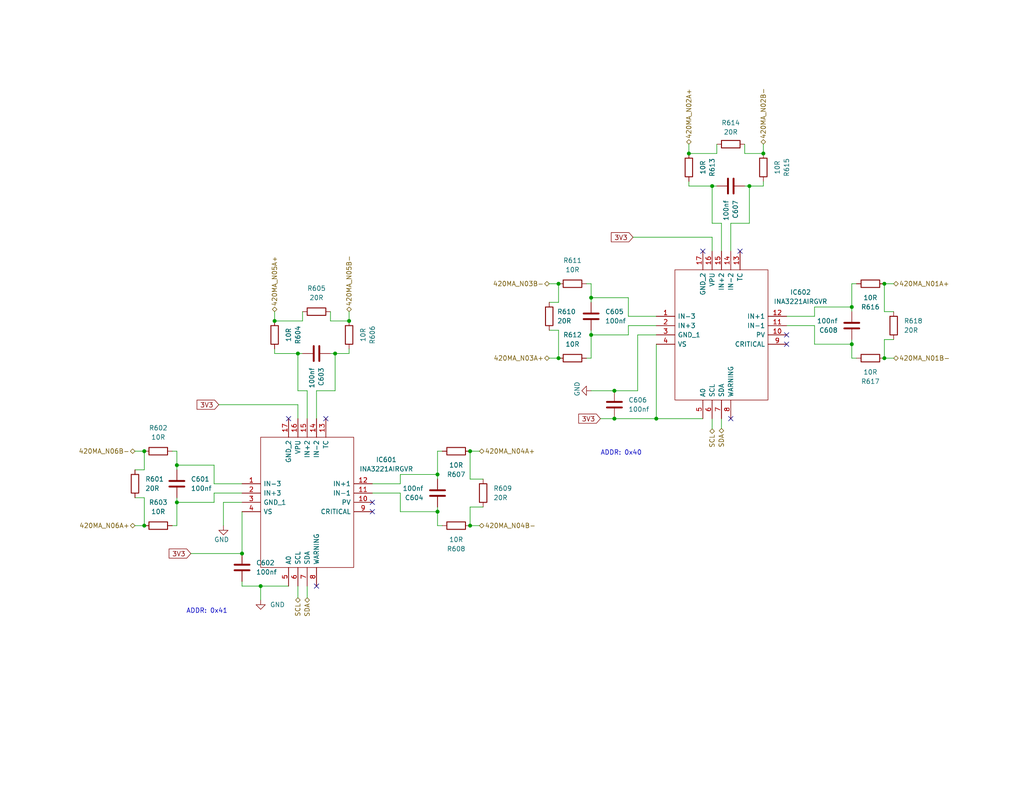
<source format=kicad_sch>
(kicad_sch (version 20211123) (generator eeschema)
  (paper "USLetter")
  (lib_symbols
    (symbol "Device:C" (pin_numbers hide) (pin_names (offset 0.254))
      (property "Reference" "C" (at 0.635 2.54 0))
      (property "Value" "C" (at 0.635 -2.54 0))
      (symbol "C_0_1"
        (polyline (pts (xy -2.032 -0.762) (xy 2.032 -0.762)) (stroke (width 0.508)))
        (polyline (pts (xy -2.032 0.762) (xy 2.032 0.762)) (stroke (width 0.508)))
      )
      (symbol "C_1_1"
        (pin passive line (at 0 3.81 270) (length 2.794) (name "~") (number "1"))
        (pin passive line (at 0 -3.81 90) (length 2.794) (name "~") (number "2"))
      )
    )
    (symbol "Device:R" (pin_numbers hide) (pin_names (offset 0))
      (property "Reference" "R" (at 2.032 0 90))
      (property "Value" "R" (at 0 0 90))
      (symbol "R_0_1"
        (rectangle (start -1.016 -2.54) (end 1.016 2.54) (stroke (width 0.254)))
      )
      (symbol "R_1_1"
        (pin passive line (at 0 3.81 270) (length 1.27) (name "~") (number "1"))
        (pin passive line (at 0 -3.81 90) (length 1.27) (name "~") (number "2"))
      )
    )
    (symbol "PCB_Library:INA3221AIRGVR" (pin_names (offset 0.762))
      (property "Reference" "IC" (at 31.75 17.78 0))
      (property "Value" "INA3221AIRGVR" (at 31.75 15.24 0))
      (symbol "INA3221AIRGVR_0_0"
        (pin passive line (at 0 0 0) (length 5.08) (name "IN-3") (number "1"))
        (pin passive line (at 35.56 -5.08 180) (length 5.08) (name "PV") (number "10"))
        (pin passive line (at 35.56 -2.54 180) (length 5.08) (name "IN-1") (number "11"))
        (pin passive line (at 35.56 0 180) (length 5.08) (name "IN+1") (number "12"))
        (pin passive line (at 22.86 17.78 270) (length 5.08) (name "TC") (number "13"))
        (pin passive line (at 20.32 17.78 270) (length 5.08) (name "IN-2") (number "14"))
        (pin passive line (at 17.78 17.78 270) (length 5.08) (name "IN+2") (number "15"))
        (pin passive line (at 15.24 17.78 270) (length 5.08) (name "VPU") (number "16"))
        (pin passive line (at 12.7 17.78 270) (length 5.08) (name "GND_2") (number "17"))
        (pin passive line (at 0 -2.54 0) (length 5.08) (name "IN+3") (number "2"))
        (pin passive line (at 0 -5.08 0) (length 5.08) (name "GND_1") (number "3"))
        (pin passive line (at 0 -7.62 0) (length 5.08) (name "VS") (number "4"))
        (pin passive line (at 12.7 -27.94 90) (length 5.08) (name "A0") (number "5"))
        (pin passive line (at 15.24 -27.94 90) (length 5.08) (name "SCL") (number "6"))
        (pin passive line (at 17.78 -27.94 90) (length 5.08) (name "SDA") (number "7"))
        (pin passive line (at 20.32 -27.94 90) (length 5.08) (name "WARNING") (number "8"))
        (pin passive line (at 35.56 -7.62 180) (length 5.08) (name "CRITICAL") (number "9"))
      )
      (symbol "INA3221AIRGVR_0_1"
        (polyline (pts (xy 5.08 12.7) (xy 30.48 12.7) (xy 30.48 -22.86) (xy 5.08 -22.86) (xy 5.08 12.7)) (stroke (width 0.1524)))
      )
    )
    (symbol "power:GND" (power) (pin_names (offset 0))
      (property "Value" "GND" (at 0 -3.81 0))
      (symbol "GND_0_1"
        (polyline (pts (xy 0 0) (xy 0 -1.27) (xy 1.27 -1.27) (xy 0 -2.54) (xy -1.27 -1.27) (xy 0 -1.27)))
      )
      (symbol "GND_1_1"
        (pin power_in line (at 0 0 270) (length 0) hide (name "GND") (number "1"))
      )
    )
  )
  (junction (at 74.93 87.63))
  (junction (at 91.44 96.52))
  (junction (at 232.41 83.82))
  (junction (at 95.25 87.63))
  (junction (at 152.4 77.47))
  (junction (at 194.31 50.8))
  (junction (at 204.47 50.8))
  (junction (at 241.3 97.79))
  (junction (at 81.28 96.52))
  (junction (at 48.26 127))
  (junction (at 208.28 41.91))
  (junction (at 39.37 143.51))
  (junction (at 187.96 41.91))
  (junction (at 48.26 137.16))
  (junction (at 179.07 114.3))
  (junction (at 39.37 123.19))
  (junction (at 71.12 160.02))
  (junction (at 152.4 97.79))
  (junction (at 167.64 106.68))
  (junction (at 241.3 77.47))
  (junction (at 66.04 151.13))
  (junction (at 232.41 93.98))
  (junction (at 119.38 139.7))
  (junction (at 128.27 123.19))
  (junction (at 119.38 129.54))
  (junction (at 167.64 114.3))
  (junction (at 161.29 91.44))
  (junction (at 161.29 81.28))
  (junction (at 128.27 143.51))
  (no_connect (at 199.39 114.3))
  (no_connect (at 214.63 93.98))
  (no_connect (at 214.63 91.44))
  (no_connect (at 191.77 68.58))
  (no_connect (at 201.93 68.58))
  (no_connect (at 101.6 139.7))
  (no_connect (at 78.74 114.3))
  (no_connect (at 88.9 114.3))
  (no_connect (at 101.6 137.16))
  (no_connect (at 86.36 160.02))
  (wire (pts (xy 195.58 41.91) (xy 195.58 39.37)))
  (wire (pts (xy 60.96 137.16) (xy 60.96 143.51)))
  (wire (pts (xy 195.58 41.91) (xy 187.96 41.91)))
  (wire (pts (xy 191.77 114.3) (xy 179.07 114.3)))
  (wire (pts (xy 194.31 114.3) (xy 194.31 117.094)))
  (wire (pts (xy 39.37 128.27) (xy 39.37 123.19)))
  (wire (pts (xy 241.3 77.47) (xy 243.84 77.47)))
  (wire (pts (xy 163.83 114.3) (xy 167.64 114.3)))
  (wire (pts (xy 161.29 81.28) (xy 161.29 82.55)))
  (wire (pts (xy 214.63 86.36) (xy 222.25 86.36)))
  (wire (pts (xy 109.22 132.08) (xy 109.22 129.54)))
  (wire (pts (xy 83.82 114.3) (xy 83.82 106.68)))
  (wire (pts (xy 66.04 132.08) (xy 58.42 132.08)))
  (wire (pts (xy 233.68 97.79) (xy 232.41 97.79)))
  (wire (pts (xy 119.38 139.7) (xy 119.38 138.43)))
  (wire (pts (xy 86.36 114.3) (xy 86.36 106.68)))
  (wire (pts (xy 149.86 97.79) (xy 152.4 97.79)))
  (wire (pts (xy 82.55 87.63) (xy 82.55 85.09)))
  (wire (pts (xy 173.99 106.68) (xy 167.64 106.68)))
  (wire (pts (xy 58.42 127) (xy 48.26 127)))
  (wire (pts (xy 119.38 129.54) (xy 119.38 130.81)))
  (wire (pts (xy 95.25 85.09) (xy 95.25 87.63)))
  (wire (pts (xy 48.26 143.51) (xy 48.26 137.16)))
  (wire (pts (xy 243.84 92.71) (xy 241.3 92.71)))
  (wire (pts (xy 214.63 88.9) (xy 222.25 88.9)))
  (wire (pts (xy 171.45 86.36) (xy 171.45 81.28)))
  (wire (pts (xy 58.42 132.08) (xy 58.42 127)))
  (wire (pts (xy 179.07 88.9) (xy 171.45 88.9)))
  (wire (pts (xy 171.45 81.28) (xy 161.29 81.28)))
  (wire (pts (xy 74.93 96.52) (xy 81.28 96.52)))
  (wire (pts (xy 109.22 129.54) (xy 119.38 129.54)))
  (wire (pts (xy 131.826 138.43) (xy 128.27 138.43)))
  (wire (pts (xy 128.27 130.81) (xy 128.27 123.19)))
  (wire (pts (xy 86.36 106.68) (xy 91.44 106.68)))
  (wire (pts (xy 39.37 135.89) (xy 36.83 135.89)))
  (wire (pts (xy 149.86 82.55) (xy 152.4 82.55)))
  (wire (pts (xy 208.28 39.37) (xy 208.28 41.91)))
  (wire (pts (xy 241.3 85.09) (xy 243.84 85.09)))
  (wire (pts (xy 194.31 50.8) (xy 195.58 50.8)))
  (wire (pts (xy 172.72 64.77) (xy 194.31 64.77)))
  (wire (pts (xy 149.86 77.47) (xy 152.4 77.47)))
  (wire (pts (xy 46.99 143.51) (xy 48.26 143.51)))
  (wire (pts (xy 82.55 87.63) (xy 74.93 87.63)))
  (wire (pts (xy 196.85 114.3) (xy 196.85 116.967)))
  (wire (pts (xy 81.28 96.52) (xy 82.55 96.52)))
  (wire (pts (xy 36.83 128.27) (xy 39.37 128.27)))
  (wire (pts (xy 179.07 86.36) (xy 171.45 86.36)))
  (wire (pts (xy 232.41 97.79) (xy 232.41 93.98)))
  (wire (pts (xy 187.96 50.8) (xy 194.31 50.8)))
  (wire (pts (xy 78.74 160.02) (xy 71.12 160.02)))
  (wire (pts (xy 161.29 91.44) (xy 161.29 90.17)))
  (wire (pts (xy 128.27 143.51) (xy 130.81 143.51)))
  (wire (pts (xy 101.6 132.08) (xy 109.22 132.08)))
  (wire (pts (xy 187.96 39.37) (xy 187.96 41.91)))
  (wire (pts (xy 36.83 143.51) (xy 39.37 143.51)))
  (wire (pts (xy 222.25 88.9) (xy 222.25 93.98)))
  (wire (pts (xy 199.39 68.58) (xy 199.39 60.96)))
  (wire (pts (xy 52.07 151.13) (xy 66.04 151.13)))
  (wire (pts (xy 187.96 49.53) (xy 187.96 50.8)))
  (wire (pts (xy 232.41 77.47) (xy 232.41 83.82)))
  (wire (pts (xy 179.07 114.3) (xy 179.07 93.98)))
  (wire (pts (xy 39.37 135.89) (xy 39.37 143.51)))
  (wire (pts (xy 173.99 91.44) (xy 173.99 106.68)))
  (wire (pts (xy 71.12 160.02) (xy 71.12 163.83)))
  (wire (pts (xy 152.4 90.17) (xy 152.4 97.79)))
  (wire (pts (xy 194.31 64.77) (xy 194.31 68.58)))
  (wire (pts (xy 58.42 134.62) (xy 58.42 137.16)))
  (wire (pts (xy 81.28 110.49) (xy 81.28 114.3)))
  (wire (pts (xy 48.26 127) (xy 48.26 128.27)))
  (wire (pts (xy 199.39 60.96) (xy 204.47 60.96)))
  (wire (pts (xy 74.93 95.25) (xy 74.93 96.52)))
  (wire (pts (xy 91.44 106.68) (xy 91.44 96.52)))
  (wire (pts (xy 203.2 41.91) (xy 208.28 41.91)))
  (wire (pts (xy 222.25 93.98) (xy 232.41 93.98)))
  (wire (pts (xy 59.69 110.49) (xy 81.28 110.49)))
  (wire (pts (xy 120.65 123.19) (xy 119.38 123.19)))
  (wire (pts (xy 222.25 83.82) (xy 232.41 83.82)))
  (wire (pts (xy 233.68 77.47) (xy 232.41 77.47)))
  (wire (pts (xy 171.45 88.9) (xy 171.45 91.44)))
  (wire (pts (xy 109.22 134.62) (xy 109.22 139.7)))
  (wire (pts (xy 66.04 139.7) (xy 66.04 151.13)))
  (wire (pts (xy 232.41 93.98) (xy 232.41 92.71)))
  (wire (pts (xy 81.28 160.02) (xy 81.28 163.195)))
  (wire (pts (xy 161.29 77.47) (xy 161.29 81.28)))
  (wire (pts (xy 101.6 134.62) (xy 109.22 134.62)))
  (wire (pts (xy 241.3 92.71) (xy 241.3 97.79)))
  (wire (pts (xy 160.02 97.79) (xy 161.29 97.79)))
  (wire (pts (xy 90.17 87.63) (xy 95.25 87.63)))
  (wire (pts (xy 66.04 134.62) (xy 58.42 134.62)))
  (wire (pts (xy 167.64 114.3) (xy 179.07 114.3)))
  (wire (pts (xy 91.44 96.52) (xy 90.17 96.52)))
  (wire (pts (xy 152.4 90.17) (xy 149.86 90.17)))
  (wire (pts (xy 160.02 77.47) (xy 161.29 77.47)))
  (wire (pts (xy 48.26 123.19) (xy 48.26 127)))
  (wire (pts (xy 74.93 85.09) (xy 74.93 87.63)))
  (wire (pts (xy 241.3 85.09) (xy 241.3 77.47)))
  (wire (pts (xy 204.47 60.96) (xy 204.47 50.8)))
  (wire (pts (xy 36.83 123.19) (xy 39.37 123.19)))
  (wire (pts (xy 208.28 49.53) (xy 208.28 50.8)))
  (wire (pts (xy 204.47 50.8) (xy 203.2 50.8)))
  (wire (pts (xy 152.4 82.55) (xy 152.4 77.47)))
  (wire (pts (xy 66.04 160.02) (xy 66.04 158.75)))
  (wire (pts (xy 95.25 95.25) (xy 95.25 96.52)))
  (wire (pts (xy 241.3 97.79) (xy 243.84 97.79)))
  (wire (pts (xy 208.28 50.8) (xy 204.47 50.8)))
  (wire (pts (xy 66.04 137.16) (xy 60.96 137.16)))
  (wire (pts (xy 90.17 85.09) (xy 90.17 87.63)))
  (wire (pts (xy 128.27 130.81) (xy 131.826 130.81)))
  (wire (pts (xy 48.26 137.16) (xy 48.26 135.89)))
  (wire (pts (xy 71.12 160.02) (xy 66.04 160.02)))
  (wire (pts (xy 119.38 143.51) (xy 119.38 139.7)))
  (wire (pts (xy 58.42 137.16) (xy 48.26 137.16)))
  (wire (pts (xy 194.31 60.96) (xy 194.31 50.8)))
  (wire (pts (xy 161.29 97.79) (xy 161.29 91.44)))
  (wire (pts (xy 171.45 91.44) (xy 161.29 91.44)))
  (wire (pts (xy 203.2 39.37) (xy 203.2 41.91)))
  (wire (pts (xy 119.38 123.19) (xy 119.38 129.54)))
  (wire (pts (xy 222.25 86.36) (xy 222.25 83.82)))
  (wire (pts (xy 81.28 106.68) (xy 81.28 96.52)))
  (wire (pts (xy 232.41 83.82) (xy 232.41 85.09)))
  (wire (pts (xy 83.82 160.02) (xy 83.82 163.195)))
  (wire (pts (xy 83.82 106.68) (xy 81.28 106.68)))
  (wire (pts (xy 128.27 138.43) (xy 128.27 143.51)))
  (wire (pts (xy 95.25 96.52) (xy 91.44 96.52)))
  (wire (pts (xy 179.07 91.44) (xy 173.99 91.44)))
  (wire (pts (xy 46.99 123.19) (xy 48.26 123.19)))
  (wire (pts (xy 109.22 139.7) (xy 119.38 139.7)))
  (wire (pts (xy 161.29 106.68) (xy 167.64 106.68)))
  (wire (pts (xy 196.85 68.58) (xy 196.85 60.96)))
  (wire (pts (xy 196.85 60.96) (xy 194.31 60.96)))
  (wire (pts (xy 128.27 123.19) (xy 130.81 123.19)))
  (wire (pts (xy 120.65 143.51) (xy 119.38 143.51)))
  (text "ADDR: 0x40" (at 163.83 124.46 0) (effects (font (size 1.27 1.27)) (justify left bottom)))
  (text "ADDR: 0x41" (at 50.8 167.64 0) (effects (font (size 1.27 1.27)) (justify left bottom)))
  (global_label "3V3" (shape input) (at 59.69 110.49 180) (property "Intersheet References" "${INTERSHEET_REFS}" (effects hide)))
  (global_label "3V3" (shape input) (at 172.72 64.77 180) (property "Intersheet References" "${INTERSHEET_REFS}" (effects hide)))
  (global_label "3V3" (shape input) (at 52.07 151.13 180) (property "Intersheet References" "${INTERSHEET_REFS}" (effects hide)))
  (global_label "3V3" (shape input) (at 163.83 114.3 180) (property "Intersheet References" "${INTERSHEET_REFS}" (effects hide)))
  (hierarchical_label "420MA_N04A+" (shape bidirectional) (at 130.81 123.19 0))
  (hierarchical_label "420MA_N01B-" (shape bidirectional) (at 243.84 97.79 0))
  (hierarchical_label "420MA_N05A+" (shape bidirectional) (at 74.93 85.09 90))
  (hierarchical_label "420MA_N02A+" (shape bidirectional) (at 187.96 39.37 90))
  (hierarchical_label "420MA_N02B-" (shape bidirectional) (at 208.28 39.37 90))
  (hierarchical_label "420MA_N03B-" (shape bidirectional) (at 149.86 77.47 180))
  (hierarchical_label "SDA" (shape bidirectional) (at 196.85 116.967 270))
  (hierarchical_label "420MA_N03A+" (shape bidirectional) (at 149.86 97.79 180))
  (hierarchical_label "420MA_N06B-" (shape bidirectional) (at 36.83 123.19 180))
  (hierarchical_label "420MA_N05B-" (shape bidirectional) (at 95.25 85.09 90))
  (hierarchical_label "420MA_N01A+" (shape bidirectional) (at 243.84 77.47 0))
  (hierarchical_label "420MA_N06A+" (shape bidirectional) (at 36.83 143.51 180))
  (hierarchical_label "SCL" (shape bidirectional) (at 81.28 163.195 270))
  (hierarchical_label "SCL" (shape bidirectional) (at 194.31 117.094 270))
  (hierarchical_label "SDA" (shape bidirectional) (at 83.82 163.195 270))
  (hierarchical_label "420MA_N04B-" (shape bidirectional) (at 130.81 143.51 0))
  (symbol (lib_id "Device:R") (at 149.86 86.36 180) (unit 1)
    (property "Reference" "R610" (at 152.019 85.0899 0) (effects (justify right)))
    (property "Value" "20R" (at 152.019 87.6299 0) (effects (justify right)))
    (property "Footprint" "Footprints:R_1206_3216Metric" (effects hide))
    (property "LCSC" "C319757" (effects hide))
  )
  (symbol (lib_id "Device:R") (at 243.84 88.9 0) (unit 1)
    (property "Reference" "R618" (at 246.634 87.6299 0) (effects (justify left)))
    (property "Value" "20R" (at 246.634 90.1699 0) (effects (justify left)))
    (property "Footprint" "Footprints:R_1206_3216Metric" (effects hide))
    (property "LCSC" "C319757" (effects hide))
  )
  (symbol (lib_id "Device:R") (at 237.49 97.79 90) (unit 1)
    (property "Reference" "R617" (at 237.49 104.14 90))
    (property "Value" "10R" (at 237.49 101.6 90))
    (property "Footprint" "Footprints:R_0402_1005Metric" (effects hide))
    (property "LCSC" "C25077" (effects hide))
  )
  (symbol (lib_id "Device:C") (at 167.64 110.49 180) (unit 1)
    (property "Reference" "C606" (at 171.45 109.2199 0) (effects (justify right)))
    (property "Value" "100nf" (at 171.45 111.7599 0) (effects (justify right)))
    (property "Footprint" "Footprints:C_0402_1005Metric" (effects hide))
    (property "LCSC" "C307331" (effects hide))
  )
  (symbol (lib_id "Device:R") (at 43.18 143.51 270) (unit 1)
    (property "Reference" "R603" (at 43.18 137.16 90))
    (property "Value" "10R" (at 43.18 139.7 90))
    (property "Footprint" "Footprints:R_0402_1005Metric" (effects hide))
    (property "LCSC" "C25077" (effects hide))
  )
  (symbol (lib_id "PCB_Library:INA3221AIRGVR") (at 179.07 86.36 0) (unit 1)
    (property "Reference" "IC602" (at 218.44 79.7812 0))
    (property "Value" "INA3221AIRGVR" (at 218.44 82.3212 0))
    (property "Footprint" "QFN65P400X400X100-17N-D" (effects hide))
    (property "Datasheet" "http://www.ti.com/lit/ds/symlink/ina3221.pdf" (effects hide))
    (property "Description" "26V, Triple, Bi-Directional, Low-/High-Side, I2C Out Current/Voltage Monitor w/Alerts" (effects hide))
    (property "Height" "1" (effects hide))
    (property "Manufacturer_Name" "Texas Instruments" (effects hide))
    (property "Manufacturer_Part_Number" "INA3221AIRGVR" (effects hide))
    (property "Mouser Part Number" "595-INA3221AIRGVR" (effects hide))
    (property "Mouser Price/Stock" "https://www.mouser.co.uk/ProductDetail/Texas-Instruments/INA3221AIRGVR?qs=3AcK5DacLboHys8907TVUQ%3D%3D" (effects hide))
    (property "Arrow Part Number" "INA3221AIRGVR" (effects hide))
    (property "Arrow Price/Stock" "https://www.arrow.com/en/products/ina3221airgvr/texas-instruments?region=nac" (effects hide))
    (property "LCSC" "C181255" (effects hide))
  )
  (symbol (lib_id "Device:R") (at 131.826 134.62 0) (unit 1)
    (property "Reference" "R609" (at 134.62 133.3499 0) (effects (justify left)))
    (property "Value" "20R" (at 134.62 135.8899 0) (effects (justify left)))
    (property "Footprint" "Footprints:R_1206_3216Metric" (effects hide))
    (property "LCSC" "C319757" (effects hide))
  )
  (symbol (lib_id "power:GND") (at 161.29 106.68 270) (unit 1)
    (property "Reference" "#PWR0603" (effects hide))
    (property "Value" "GND" (at 157.48 104.14 0) (effects (justify left)))
  )
  (symbol (lib_id "Device:R") (at 43.18 123.19 270) (unit 1)
    (property "Reference" "R602" (at 43.18 116.84 90))
    (property "Value" "10R" (at 43.18 119.38 90))
    (property "Footprint" "Footprints:R_0402_1005Metric" (effects hide))
    (property "LCSC" "C25077" (effects hide))
  )
  (symbol (lib_id "Device:R") (at 86.36 85.09 270) (unit 1)
    (property "Reference" "R605" (at 86.36 78.74 90))
    (property "Value" "20R" (at 86.36 81.28 90))
    (property "Footprint" "Footprints:R_1206_3216Metric" (effects hide))
    (property "LCSC" "C319757" (effects hide))
  )
  (symbol (lib_id "Device:C") (at 119.38 134.62 0) (unit 1)
    (property "Reference" "C604" (at 115.57 135.8901 0) (effects (justify right)))
    (property "Value" "100nf" (at 115.57 133.3501 0) (effects (justify right)))
    (property "Footprint" "Footprints:C_0402_1005Metric" (effects hide))
    (property "LCSC" "C307331" (effects hide))
  )
  (symbol (lib_id "Device:C") (at 199.39 50.8 90) (unit 1)
    (property "Reference" "C607" (at 200.6601 54.61 0) (effects (justify right)))
    (property "Value" "100nf" (at 198.1201 54.61 0) (effects (justify right)))
    (property "Footprint" "Footprints:C_0402_1005Metric" (effects hide))
    (property "LCSC" "C307331" (effects hide))
  )
  (symbol (lib_id "Device:R") (at 74.93 91.44 180) (unit 1)
    (property "Reference" "R604" (at 81.28 91.44 90))
    (property "Value" "10R" (at 78.74 91.44 90))
    (property "Footprint" "Footprints:R_0402_1005Metric" (effects hide))
    (property "LCSC" "C25077" (effects hide))
  )
  (symbol (lib_id "Device:R") (at 187.96 45.72 180) (unit 1)
    (property "Reference" "R613" (at 194.31 45.72 90))
    (property "Value" "10R" (at 191.77 45.72 90))
    (property "Footprint" "Footprints:R_0402_1005Metric" (effects hide))
    (property "LCSC" "C25077" (effects hide))
  )
  (symbol (lib_id "Device:C") (at 86.36 96.52 90) (unit 1)
    (property "Reference" "C603" (at 87.6301 100.33 0) (effects (justify right)))
    (property "Value" "100nf" (at 85.0901 100.33 0) (effects (justify right)))
    (property "Footprint" "Footprints:C_0402_1005Metric" (effects hide))
    (property "LCSC" "C307331" (effects hide))
  )
  (symbol (lib_id "Device:C") (at 161.29 86.36 180) (unit 1)
    (property "Reference" "C605" (at 165.1 85.0899 0) (effects (justify right)))
    (property "Value" "100nf" (at 165.1 87.6299 0) (effects (justify right)))
    (property "Footprint" "Footprints:C_0402_1005Metric" (effects hide))
    (property "LCSC" "C307331" (effects hide))
  )
  (symbol (lib_id "Device:C") (at 232.41 88.9 0) (unit 1)
    (property "Reference" "C608" (at 228.6 90.1701 0) (effects (justify right)))
    (property "Value" "100nf" (at 228.6 87.6301 0) (effects (justify right)))
    (property "Footprint" "Footprints:C_0402_1005Metric" (effects hide))
    (property "LCSC" "C307331" (effects hide))
  )
  (symbol (lib_id "Device:R") (at 208.28 45.72 180) (unit 1)
    (property "Reference" "R615" (at 214.63 45.72 90))
    (property "Value" "10R" (at 212.09 45.72 90))
    (property "Footprint" "Footprints:R_0402_1005Metric" (effects hide))
    (property "LCSC" "C25077" (effects hide))
  )
  (symbol (lib_id "Device:R") (at 95.25 91.44 180) (unit 1)
    (property "Reference" "R606" (at 101.6 91.44 90))
    (property "Value" "10R" (at 99.06 91.44 90))
    (property "Footprint" "Footprints:R_0402_1005Metric" (effects hide))
    (property "LCSC" "C25077" (effects hide))
  )
  (symbol (lib_id "Device:R") (at 36.83 132.08 0) (unit 1)
    (property "Reference" "R601" (at 39.624 130.8099 0) (effects (justify left)))
    (property "Value" "20R" (at 39.624 133.3499 0) (effects (justify left)))
    (property "Footprint" "Footprints:R_1206_3216Metric" (effects hide))
    (property "LCSC" "C319757" (effects hide))
  )
  (symbol (lib_id "Device:R") (at 237.49 77.47 90) (unit 1)
    (property "Reference" "R616" (at 237.49 83.82 90))
    (property "Value" "10R" (at 237.49 81.28 90))
    (property "Footprint" "Footprints:R_0402_1005Metric" (effects hide))
    (property "LCSC" "C25077" (effects hide))
  )
  (symbol (lib_id "PCB_Library:INA3221AIRGVR") (at 66.04 132.08 0) (unit 1)
    (property "Reference" "IC601" (at 105.41 125.5012 0))
    (property "Value" "INA3221AIRGVR" (at 105.41 128.0412 0))
    (property "Footprint" "QFN65P400X400X100-17N-D" (effects hide))
    (property "Datasheet" "http://www.ti.com/lit/ds/symlink/ina3221.pdf" (effects hide))
    (property "Description" "26V, Triple, Bi-Directional, Low-/High-Side, I2C Out Current/Voltage Monitor w/Alerts" (effects hide))
    (property "Height" "1" (effects hide))
    (property "Manufacturer_Name" "Texas Instruments" (effects hide))
    (property "Manufacturer_Part_Number" "INA3221AIRGVR" (effects hide))
    (property "Mouser Part Number" "595-INA3221AIRGVR" (effects hide))
    (property "Mouser Price/Stock" "https://www.mouser.co.uk/ProductDetail/Texas-Instruments/INA3221AIRGVR?qs=3AcK5DacLboHys8907TVUQ%3D%3D" (effects hide))
    (property "Arrow Part Number" "INA3221AIRGVR" (effects hide))
    (property "Arrow Price/Stock" "https://www.arrow.com/en/products/ina3221airgvr/texas-instruments?region=nac" (effects hide))
    (property "LCSC" "C181255" (effects hide))
  )
  (symbol (lib_id "Device:C") (at 48.26 132.08 180) (unit 1)
    (property "Reference" "C601" (at 52.07 130.8099 0) (effects (justify right)))
    (property "Value" "100nf" (at 52.07 133.3499 0) (effects (justify right)))
    (property "Footprint" "Footprints:C_0402_1005Metric" (effects hide))
    (property "LCSC" "C307331" (effects hide))
  )
  (symbol (lib_id "Device:R") (at 124.46 143.51 90) (unit 1)
    (property "Reference" "R608" (at 124.46 149.86 90))
    (property "Value" "10R" (at 124.46 147.32 90))
    (property "Footprint" "Footprints:R_0402_1005Metric" (effects hide))
    (property "LCSC" "C25077" (effects hide))
  )
  (symbol (lib_id "power:GND") (at 71.12 163.83 0) (unit 1)
    (property "Reference" "#PWR0602" (effects hide))
    (property "Value" "GND" (at 73.66 165.0999 0) (effects (justify left)))
  )
  (symbol (lib_id "power:GND") (at 60.96 143.51 0) (unit 1)
    (property "Reference" "#PWR0601" (effects hide))
    (property "Value" "GND" (at 58.42 147.32 0) (effects (justify left)))
  )
  (symbol (lib_id "Device:R") (at 199.39 39.37 90) (unit 1)
    (property "Reference" "R614" (at 199.39 33.528 90))
    (property "Value" "20R" (at 199.39 36.068 90))
    (property "Footprint" "Footprints:R_1206_3216Metric" (effects hide))
    (property "LCSC" "C319757" (effects hide))
  )
  (symbol (lib_id "Device:R") (at 156.21 77.47 270) (unit 1)
    (property "Reference" "R611" (at 156.21 71.12 90))
    (property "Value" "10R" (at 156.21 73.66 90))
    (property "Footprint" "Footprints:R_0402_1005Metric" (effects hide))
    (property "LCSC" "C25077" (effects hide))
  )
  (symbol (lib_id "Device:C") (at 66.04 154.94 180) (unit 1)
    (property "Reference" "C602" (at 69.85 153.6699 0) (effects (justify right)))
    (property "Value" "100nf" (at 69.85 156.2099 0) (effects (justify right)))
    (property "Footprint" "Footprints:C_0402_1005Metric" (effects hide))
    (property "LCSC" "C307331" (effects hide))
  )
  (symbol (lib_id "Device:R") (at 124.46 123.19 90) (unit 1)
    (property "Reference" "R607" (at 124.46 129.54 90))
    (property "Value" "10R" (at 124.46 127 90))
    (property "Footprint" "Footprints:R_0402_1005Metric" (effects hide))
    (property "LCSC" "C25077" (effects hide))
  )
  (symbol (lib_id "Device:R") (at 156.21 97.79 270) (unit 1)
    (property "Reference" "R612" (at 156.21 91.44 90))
    (property "Value" "10R" (at 156.21 93.98 90))
    (property "Footprint" "Footprints:R_0402_1005Metric" (effects hide))
    (property "LCSC" "C25077" (effects hide))
  )
)
</source>
